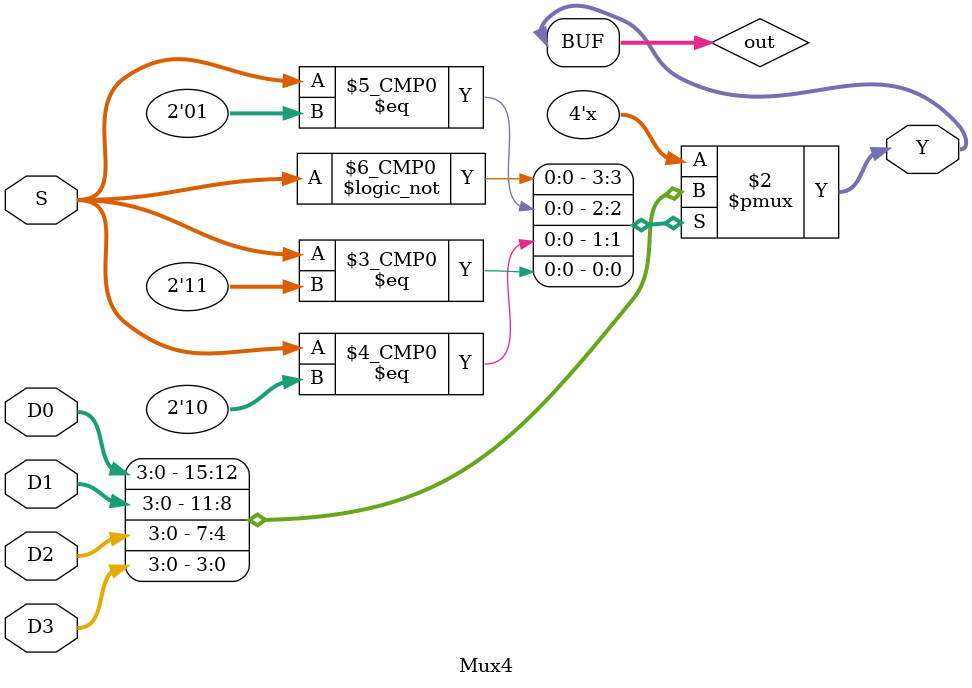
<source format=sv>
module Mux4 #(N=4) (input  [1:0]   S,
						  input  [N-1:0] D0, D1, D2, D3,
						  output [N-1:0] Y);

logic[N-1:0] out;	
							
always_comb begin
	case(S)
		2'b00: out = D0;
		2'b01: out = D1;
		2'b10: out = D2;
		2'b11: out = D3;
		default: out = 0;
	endcase
end

assign Y = out;

endmodule							
</source>
